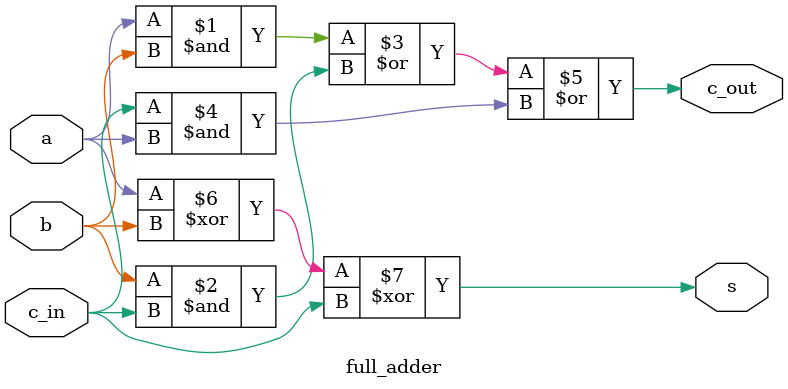
<source format=v>
module full_adder (
	input a, b, c_in,
	output c_out, s
);

	assign c_out = (a & b) | (b & c_in) | (c_in & a);
	assign s = a ^ b ^ c_in;
	
endmodule
</source>
